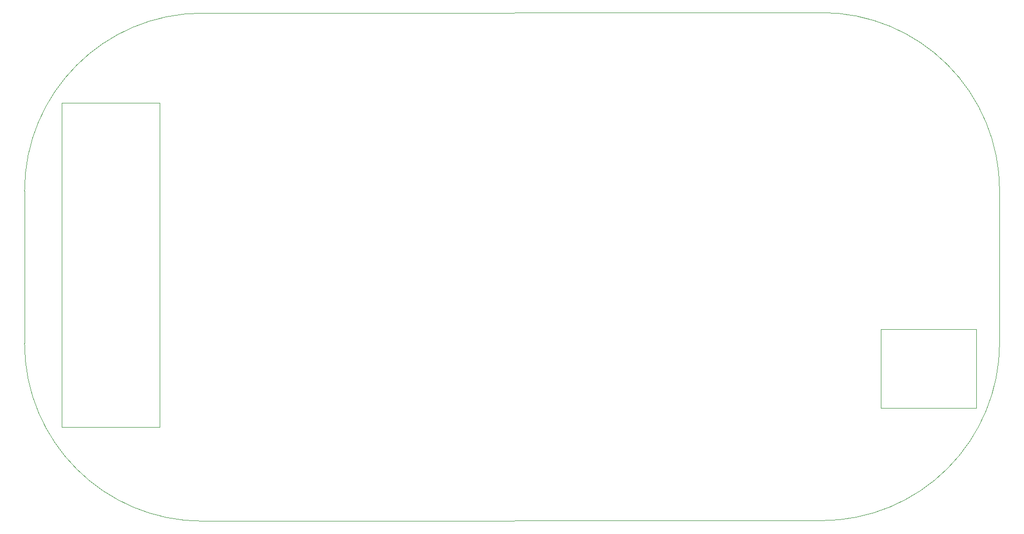
<source format=gbr>
%TF.GenerationSoftware,KiCad,Pcbnew,8.0.2*%
%TF.CreationDate,2024-06-19T11:28:36-04:00*%
%TF.ProjectId,StringsVR-Power,53747269-6e67-4735-9652-2d506f776572,rev?*%
%TF.SameCoordinates,Original*%
%TF.FileFunction,Profile,NP*%
%FSLAX46Y46*%
G04 Gerber Fmt 4.6, Leading zero omitted, Abs format (unit mm)*
G04 Created by KiCad (PCBNEW 8.0.2) date 2024-06-19 11:28:36*
%MOMM*%
%LPD*%
G01*
G04 APERTURE LIST*
%TA.AperFunction,Profile*%
%ADD10C,0.050000*%
%TD*%
G04 APERTURE END LIST*
D10*
X91200000Y-142600000D02*
X195586797Y-142513203D01*
X225586797Y-112513203D02*
G75*
G02*
X195586797Y-142513197I-29999997J3D01*
G01*
X195586797Y-56813203D02*
G75*
G02*
X225586797Y-86813203I3J-29999997D01*
G01*
X61200000Y-86900000D02*
G75*
G02*
X91200000Y-56900000I30000000J0D01*
G01*
X91200000Y-142600000D02*
G75*
G02*
X61200000Y-112600000I0J30000000D01*
G01*
X195586797Y-56813203D02*
X91200000Y-56900000D01*
X61200000Y-86900000D02*
X61200000Y-112600000D01*
X205550000Y-110200000D02*
X221650000Y-110200000D01*
X221650000Y-123500000D01*
X205550000Y-123500000D01*
X205550000Y-110200000D01*
X225586797Y-112513203D02*
X225586797Y-86813203D01*
X67500000Y-72075000D02*
X84000000Y-72075000D01*
X84000000Y-126725000D01*
X67500000Y-126725000D01*
X67500000Y-72075000D01*
M02*

</source>
